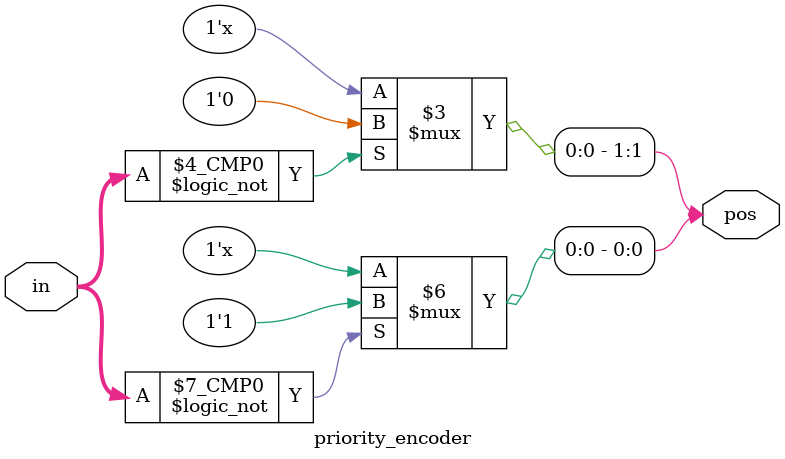
<source format=v>
module priority_encoder( 
input [2:0] in,
output reg [1:0] pos ); 
// When sel=1, assign b to out
always @(in or in)
	case (in)
		1'b0:
			begin
				pos[0] = 1'b1;
				pos[1] = 1'b0;
			end
	endcase
endmodule

</source>
